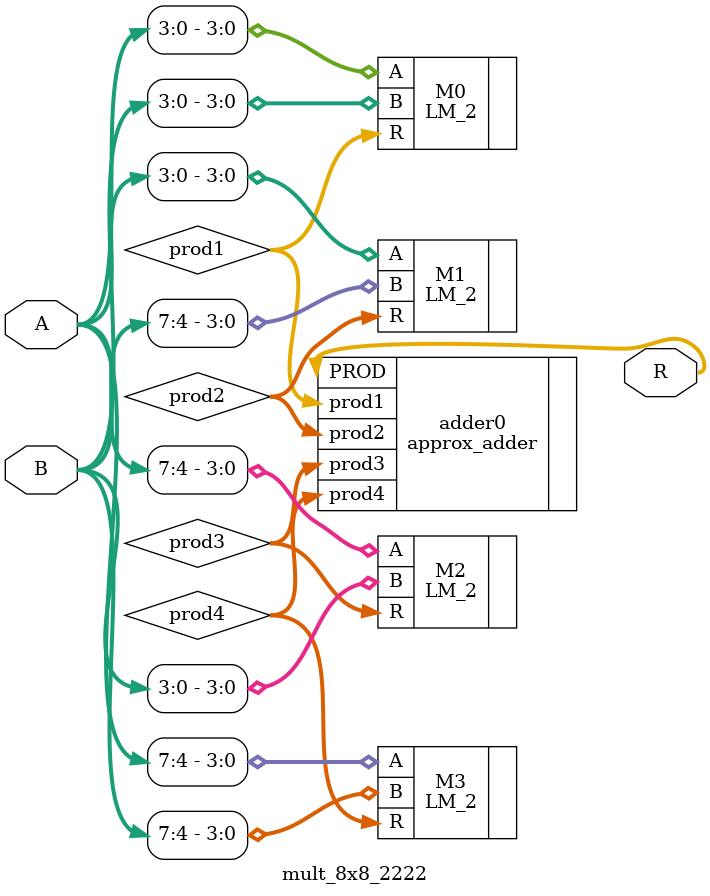
<source format=v>
module mult_8x8_2222(
input [7:0] A,
input [7:0] B,
output [15:0]R
);
wire [7:0]prod1;
wire [7:0]prod2;
wire [7:0]prod3;
wire [7:0]prod4;

LM_2 M0(.A(A[3:0]),.B(B[3:0]),.R(prod1));
LM_2 M1(.A(A[3:0]),.B(B[7:4]),.R(prod2));
LM_2 M2(.A(A[7:4]),.B(B[3:0]),.R(prod3));
LM_2 M3(.A(A[7:4]),.B(B[7:4]),.R(prod4));
approx_adder adder0(.prod1(prod1),.prod2(prod2),.prod3(prod3),.prod4(prod4),.PROD(R));
endmodule

</source>
